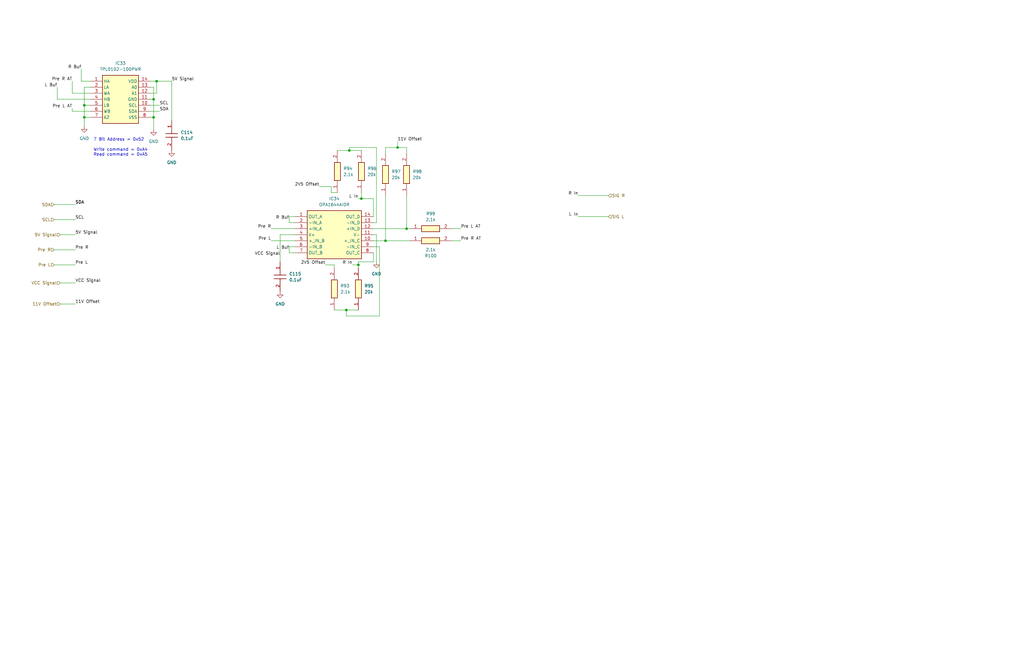
<source format=kicad_sch>
(kicad_sch (version 20230121) (generator eeschema)
  (paper "B")
  (lib_symbols
    (symbol "Audio System:CL21B104KACNNNC" (pin_names hide)
      (property "Reference" "C" (at 8.89 6.35 0))
      (property "Value" "CL21B104KACNNNC" (at 8.89 3.81 0))
      (symbol "CL21B104KACNNNC_1_1"
        (polyline (pts (xy 5.08 0) (xy 5.588 0)) (stroke (width 0.254)))
        (polyline (pts (xy 5.588 2.54) (xy 5.588 -2.54)) (stroke (width 0.254)))
        (polyline (pts (xy 7.112 0) (xy 7.62 0)) (stroke (width 0.254)))
        (polyline (pts (xy 7.112 2.54) (xy 7.112 -2.54)) (stroke (width 0.254)))
        (pin passive line (at 0 0 0) (length 5.08) (name "1") (number "1"))
        (pin passive line (at 12.7 0 180) (length 5.08) (name "2") (number "2"))
      )
    )
    (symbol "Audio System:ERA-6AEB203V" (pin_names hide)
      (property "Reference" "R" (at 13.97 6.35 0))
      (property "Value" "ERA-6AEB203V" (at 13.97 3.81 0))
      (symbol "ERA-6AEB203V_1_1"
        (rectangle (start 5.08 1.27) (end 12.7 -1.27) (stroke (width 0.254)) (fill (type background)))
        (pin passive line (at 0 0 0) (length 5.08) (name "1") (number "1"))
        (pin passive line (at 17.78 0 180) (length 5.08) (name "2") (number "2"))
      )
    )
    (symbol "Audio System:ERA-6AEB2101V" (pin_names hide)
      (property "Reference" "R" (at 13.97 6.35 0))
      (property "Value" "ERA-6AEB2101V" (at 13.97 3.81 0))
      (symbol "ERA-6AEB2101V_1_1"
        (rectangle (start 5.08 1.27) (end 12.7 -1.27) (stroke (width 0.254)) (fill (type background)))
        (pin passive line (at 0 0 0) (length 5.08) (name "1") (number "1"))
        (pin passive line (at 17.78 0 180) (length 5.08) (name "2") (number "2"))
      )
    )
    (symbol "Audio System:OPA1644AIDR"
      (property "Reference" "IC" (at 29.21 7.62 0))
      (property "Value" "OPA1644AIDR" (at 29.21 5.08 0))
      (symbol "OPA1644AIDR_1_1"
        (rectangle (start 5.08 2.54) (end 27.94 -17.78) (stroke (width 0.254)) (fill (type background)))
        (pin passive line (at 0 0 0) (length 5.08) (name "OUT_A") (number "1"))
        (pin passive line (at 33.02 -10.16 180) (length 5.08) (name "+_IN_C") (number "10"))
        (pin passive line (at 33.02 -7.62 180) (length 5.08) (name "V-") (number "11"))
        (pin passive line (at 33.02 -5.08 180) (length 5.08) (name "+IN_D") (number "12"))
        (pin passive line (at 33.02 -2.54 180) (length 5.08) (name "-IN_D") (number "13"))
        (pin passive line (at 33.02 0 180) (length 5.08) (name "OUT_D") (number "14"))
        (pin passive line (at 0 -2.54 0) (length 5.08) (name "-IN_A") (number "2"))
        (pin passive line (at 0 -5.08 0) (length 5.08) (name "+IN_A") (number "3"))
        (pin passive line (at 0 -7.62 0) (length 5.08) (name "V+") (number "4"))
        (pin passive line (at 0 -10.16 0) (length 5.08) (name "+_IN_B") (number "5"))
        (pin passive line (at 0 -12.7 0) (length 5.08) (name "-IN_B") (number "6"))
        (pin passive line (at 0 -15.24 0) (length 5.08) (name "OUT_B") (number "7"))
        (pin passive line (at 33.02 -15.24 180) (length 5.08) (name "OUT_C") (number "8"))
        (pin passive line (at 33.02 -12.7 180) (length 5.08) (name "-IN_C") (number "9"))
      )
    )
    (symbol "Audio System:TPL0102-100PWR"
      (property "Reference" "IC" (at 21.59 7.62 0))
      (property "Value" "TPL0102-100PWR" (at 21.59 5.08 0))
      (symbol "TPL0102-100PWR_1_1"
        (rectangle (start 5.08 2.54) (end 20.32 -17.78) (stroke (width 0.254)) (fill (type background)))
        (pin bidirectional line (at 0 0 0) (length 5.08) (name "HA") (number "1"))
        (pin input line (at 25.4 -10.16 180) (length 5.08) (name "SCL") (number "10"))
        (pin power_in line (at 25.4 -7.62 180) (length 5.08) (name "GND") (number "11"))
        (pin input line (at 25.4 -5.08 180) (length 5.08) (name "A1") (number "12"))
        (pin input line (at 25.4 -2.54 180) (length 5.08) (name "A0") (number "13"))
        (pin power_in line (at 25.4 0 180) (length 5.08) (name "VDD") (number "14"))
        (pin bidirectional line (at 0 -2.54 0) (length 5.08) (name "LA") (number "2"))
        (pin bidirectional line (at 0 -5.08 0) (length 5.08) (name "WA") (number "3"))
        (pin bidirectional line (at 0 -7.62 0) (length 5.08) (name "HB") (number "4"))
        (pin bidirectional line (at 0 -10.16 0) (length 5.08) (name "LB") (number "5"))
        (pin bidirectional line (at 0 -12.7 0) (length 5.08) (name "WB") (number "6"))
        (pin input line (at 0 -15.24 0) (length 5.08) (name "A2") (number "7"))
        (pin power_in line (at 25.4 -15.24 180) (length 5.08) (name "VSS") (number "8"))
        (pin bidirectional line (at 25.4 -12.7 180) (length 5.08) (name "SDA") (number "9"))
      )
    )
    (symbol "power:GND" (power) (pin_names (offset 0))
      (property "Value" "GND" (at 0 -3.81 0))
      (symbol "GND_0_1"
        (polyline (pts (xy 0 0) (xy 0 -1.27) (xy 1.27 -1.27) (xy 0 -2.54) (xy -1.27 -1.27) (xy 0 -1.27)))
      )
      (symbol "GND_1_1"
        (pin power_in line (at 0 0 270) (length 0) hide (name "GND") (number "1"))
      )
    )
  )
  (junction (at 35.56 49.53))
  (junction (at 152.4 83.82))
  (junction (at 171.45 96.52))
  (junction (at 64.77 41.91))
  (junction (at 162.56 101.6))
  (junction (at 151.13 111.76))
  (junction (at 146.05 130.81))
  (junction (at 66.04 34.29))
  (junction (at 64.77 49.53))
  (junction (at 35.56 44.45))
  (junction (at 167.64 62.23))
  (junction (at 147.32 63.5))
  (wire (pts (xy 124.46 93.98) (xy 121.92 93.98)))
  (wire (pts (xy 22.86 86.36) (xy 31.75 86.36)))
  (wire (pts (xy 118.11 110.49) (xy 118.11 99.06)))
  (wire (pts (xy 171.45 96.52) (xy 172.72 96.52)))
  (wire (pts (xy 38.1 34.29) (xy 34.29 34.29)))
  (wire (pts (xy 137.16 111.76) (xy 140.97 111.76)))
  (wire (pts (xy 162.56 62.23) (xy 162.56 64.77)))
  (wire (pts (xy 63.5 49.53) (xy 64.77 49.53)))
  (wire (pts (xy 63.5 44.45) (xy 67.31 44.45)))
  (wire (pts (xy 30.48 39.37) (xy 38.1 39.37)))
  (wire (pts (xy 118.11 99.06) (xy 124.46 99.06)))
  (wire (pts (xy 151.13 83.82) (xy 152.4 83.82)))
  (wire (pts (xy 157.48 101.6) (xy 162.56 101.6)))
  (wire (pts (xy 162.56 101.6) (xy 172.72 101.6)))
  (wire (pts (xy 157.48 106.68) (xy 157.48 110.49)))
  (wire (pts (xy 72.39 50.8) (xy 72.39 34.29)))
  (wire (pts (xy 35.56 44.45) (xy 35.56 49.53)))
  (wire (pts (xy 25.4 99.06) (xy 31.75 99.06)))
  (wire (pts (xy 66.04 39.37) (xy 66.04 34.29)))
  (wire (pts (xy 190.5 101.6) (xy 194.31 101.6)))
  (wire (pts (xy 30.48 45.72) (xy 30.48 46.99)))
  (wire (pts (xy 64.77 49.53) (xy 64.77 54.61)))
  (wire (pts (xy 35.56 49.53) (xy 35.56 53.34)))
  (wire (pts (xy 146.05 133.35) (xy 146.05 130.81)))
  (wire (pts (xy 158.75 99.06) (xy 158.75 110.49)))
  (wire (pts (xy 121.92 93.98) (xy 121.92 91.44)))
  (wire (pts (xy 139.7 81.28) (xy 142.24 81.28)))
  (wire (pts (xy 72.39 34.29) (xy 66.04 34.29)))
  (wire (pts (xy 63.5 36.83) (xy 64.77 36.83)))
  (wire (pts (xy 140.97 130.81) (xy 146.05 130.81)))
  (wire (pts (xy 25.4 119.38) (xy 31.75 119.38)))
  (wire (pts (xy 66.04 34.29) (xy 63.5 34.29)))
  (wire (pts (xy 146.05 130.81) (xy 151.13 130.81)))
  (wire (pts (xy 114.3 101.6) (xy 124.46 101.6)))
  (wire (pts (xy 157.48 110.49) (xy 151.13 110.49)))
  (wire (pts (xy 162.56 82.55) (xy 162.56 101.6)))
  (wire (pts (xy 64.77 36.83) (xy 64.77 41.91)))
  (wire (pts (xy 25.4 128.27) (xy 31.75 128.27)))
  (wire (pts (xy 63.5 46.99) (xy 67.31 46.99)))
  (wire (pts (xy 134.62 78.74) (xy 139.7 78.74)))
  (wire (pts (xy 38.1 36.83) (xy 35.56 36.83)))
  (wire (pts (xy 243.84 91.44) (xy 256.54 91.44)))
  (wire (pts (xy 38.1 41.91) (xy 24.13 41.91)))
  (wire (pts (xy 34.29 29.21) (xy 34.29 34.29)))
  (wire (pts (xy 190.5 96.52) (xy 194.31 96.52)))
  (wire (pts (xy 30.48 34.29) (xy 30.48 39.37)))
  (wire (pts (xy 158.75 62.23) (xy 147.32 62.23)))
  (wire (pts (xy 63.5 39.37) (xy 66.04 39.37)))
  (wire (pts (xy 35.56 36.83) (xy 35.56 44.45)))
  (wire (pts (xy 157.48 104.14) (xy 160.02 104.14)))
  (wire (pts (xy 160.02 133.35) (xy 146.05 133.35)))
  (wire (pts (xy 22.86 92.71) (xy 31.75 92.71)))
  (wire (pts (xy 167.64 62.23) (xy 171.45 62.23)))
  (wire (pts (xy 157.48 91.44) (xy 157.48 83.82)))
  (wire (pts (xy 151.13 110.49) (xy 151.13 111.76)))
  (wire (pts (xy 152.4 83.82) (xy 152.4 81.28)))
  (wire (pts (xy 157.48 96.52) (xy 171.45 96.52)))
  (wire (pts (xy 171.45 82.55) (xy 171.45 96.52)))
  (wire (pts (xy 243.84 82.55) (xy 256.54 82.55)))
  (wire (pts (xy 162.56 62.23) (xy 167.64 62.23)))
  (wire (pts (xy 151.13 111.76) (xy 151.13 113.03)))
  (wire (pts (xy 157.48 99.06) (xy 158.75 99.06)))
  (wire (pts (xy 124.46 104.14) (xy 121.92 104.14)))
  (wire (pts (xy 35.56 44.45) (xy 38.1 44.45)))
  (wire (pts (xy 63.5 41.91) (xy 64.77 41.91)))
  (wire (pts (xy 142.24 63.5) (xy 147.32 63.5)))
  (wire (pts (xy 157.48 83.82) (xy 152.4 83.82)))
  (wire (pts (xy 30.48 46.99) (xy 38.1 46.99)))
  (wire (pts (xy 147.32 63.5) (xy 152.4 63.5)))
  (wire (pts (xy 121.92 91.44) (xy 124.46 91.44)))
  (wire (pts (xy 114.3 96.52) (xy 124.46 96.52)))
  (wire (pts (xy 139.7 78.74) (xy 139.7 81.28)))
  (wire (pts (xy 22.86 105.41) (xy 31.75 105.41)))
  (wire (pts (xy 64.77 41.91) (xy 64.77 49.53)))
  (wire (pts (xy 157.48 93.98) (xy 158.75 93.98)))
  (wire (pts (xy 121.92 104.14) (xy 121.92 106.68)))
  (wire (pts (xy 158.75 93.98) (xy 158.75 62.23)))
  (wire (pts (xy 148.59 111.76) (xy 151.13 111.76)))
  (wire (pts (xy 167.64 59.69) (xy 167.64 62.23)))
  (wire (pts (xy 140.97 113.03) (xy 140.97 111.76)))
  (wire (pts (xy 24.13 36.83) (xy 24.13 41.91)))
  (wire (pts (xy 147.32 62.23) (xy 147.32 63.5)))
  (wire (pts (xy 160.02 104.14) (xy 160.02 133.35)))
  (wire (pts (xy 35.56 49.53) (xy 38.1 49.53)))
  (wire (pts (xy 22.86 111.76) (xy 31.75 111.76)))
  (wire (pts (xy 121.92 106.68) (xy 124.46 106.68)))
  (wire (pts (xy 171.45 62.23) (xy 171.45 64.77)))
  (text "7 Bit Address = 0x52\n" (at 39.37 59.69 0) (effects (font (size 1.27 1.27)) (justify left bottom)))
  (text "Write command = 0xA4\nRead command = 0xA5" (at 39.37 66.04 0) (effects (font (size 1.27 1.27)) (justify left bottom)))
  (label "SDA" (at 67.31 46.99 0))
  (label "R In" (at 243.84 82.55 180))
  (label "SCL" (at 31.75 92.71 0))
  (label "SDA" (at 31.75 86.36 0))
  (label "SCL" (at 67.31 44.45 0))
  (label "Pre R" (at 31.75 105.41 0))
  (label "Pre L" (at 114.3 101.6 180))
  (label "Pre L AT" (at 194.31 96.52 0))
  (label "R Buf" (at 121.92 92.71 180))
  (label "11V Offset" (at 167.64 59.69 0))
  (label "5V Signal" (at 31.75 99.06 0))
  (label "Pre L" (at 31.75 111.76 0))
  (label "L In" (at 151.13 83.82 180))
  (label "SDA" (at 31.75 86.36 0))
  (label "2V5 Offset" (at 134.62 78.74 180))
  (label "Pre R AT" (at 194.31 101.6 0))
  (label "VCC Signal" (at 118.11 107.95 180))
  (label "2V5 Offset" (at 137.16 111.76 180))
  (label "L In" (at 243.84 91.44 180))
  (label "L Buf" (at 24.13 36.83 180))
  (label "Pre R" (at 114.3 96.52 180))
  (label "R Buf" (at 34.29 29.21 180))
  (label "VCC Signal" (at 31.75 119.38 0))
  (label "Pre R AT" (at 30.48 34.29 180))
  (label "Pre L AT" (at 30.48 45.72 180))
  (label "11V Offset" (at 31.75 128.27 0))
  (label "5V Signal" (at 72.39 34.29 0))
  (label "R In" (at 148.59 111.76 180))
  (label "L Buf" (at 121.92 105.41 180))
  (hierarchical_label "SIG L" (shape input) (at 256.54 91.44 0))
  (hierarchical_label "SDA" (shape input) (at 22.86 86.36 180))
  (hierarchical_label "Pre R" (shape input) (at 22.86 105.41 180))
  (hierarchical_label "Pre L" (shape input) (at 22.86 111.76 180))
  (hierarchical_label "5V Signal" (shape input) (at 25.4 99.06 180))
  (hierarchical_label "SIG R" (shape input) (at 256.54 82.55 0))
  (hierarchical_label "11V Offset" (shape input) (at 25.4 128.27 180))
  (hierarchical_label "SCL" (shape input) (at 22.86 92.71 180))
  (hierarchical_label "VCC Signal" (shape input) (at 25.4 119.38 180))
  (symbol (lib_id "power:GND") (at 158.75 110.49 0) (unit 1)
    (property "Reference" "#PWR0131" (effects hide))
    (property "Value" "GND" (at 158.75 115.57 0))
  )
  (symbol (lib_id "Audio System:ERA-6AEB2101V") (at 172.72 96.52 0) (unit 1)
    (property "Reference" "R99" (at 181.61 90.17 0))
    (property "Value" "2.1k" (at 181.61 92.71 0))
    (property "Footprint" "ERA6AEB1020V" (effects hide))
    (property "Datasheet" "https://industrial.panasonic.com/cdbs/www-data/pdf/RDM0000/AOA0000C307.pdf" (effects hide))
    (property "Height" "0.6" (effects hide))
    (property "Manufacturer_Name" "Panasonic" (effects hide))
    (property "Manufacturer_Part_Number" "ERA-6AEB2101V" (effects hide))
    (property "Mouser Part Number" "667-ERA-6AEB2101V" (effects hide))
    (property "Mouser Price/Stock" "https://www.mouser.com/Search/Refine.aspx?Keyword=667-ERA-6AEB2101V" (effects hide))
  )
  (symbol (lib_id "Audio System:OPA1644AIDR") (at 124.46 91.44 0) (unit 1)
    (property "Reference" "IC34" (at 140.97 83.82 0))
    (property "Value" "OPA1644AIDR" (at 140.97 86.36 0))
    (property "Footprint" "SOIC127P600X175-14N" (effects hide))
    (property "Datasheet" "http://componentsearchengine.com/Datasheets/1/OPA1644AIDR.pdf" (effects hide))
    (property "Height" "1.75" (effects hide))
    (property "Manufacturer_Name" "Texas Instruments" (effects hide))
    (property "Manufacturer_Part_Number" "OPA1644AIDR" (effects hide))
    (property "Mouser Part Number" "595-OPA1644AIDR" (effects hide))
    (property "Mouser Price/Stock" "https://www.mouser.co.uk/ProductDetail/Texas-Instruments/OPA1644AIDR?qs=%2Fqzd9s%252BcLd6xS3OL97VFEA%3D%3D" (effects hide))
    (property "Arrow Part Number" "OPA1644AIDR" (effects hide))
    (property "Arrow Price/Stock" "https://www.arrow.com/en/products/opa1644aidr/texas-instruments?region=nac" (effects hide))
  )
  (symbol (lib_id "power:GND") (at 118.11 123.19 0) (unit 1)
    (property "Reference" "#PWR0130" (effects hide))
    (property "Value" "GND" (at 118.11 128.27 0))
  )
  (symbol (lib_id "Audio System:ERA-6AEB2101V") (at 172.72 101.6 0) (mirror x) (unit 1)
    (property "Reference" "R100" (at 181.61 107.95 0))
    (property "Value" "2.1k" (at 181.61 105.41 0))
    (property "Footprint" "ERA6AEB1020V" (effects hide))
    (property "Datasheet" "https://industrial.panasonic.com/cdbs/www-data/pdf/RDM0000/AOA0000C307.pdf" (effects hide))
    (property "Height" "0.6" (effects hide))
    (property "Manufacturer_Name" "Panasonic" (effects hide))
    (property "Manufacturer_Part_Number" "ERA-6AEB2101V" (effects hide))
    (property "Mouser Part Number" "667-ERA-6AEB2101V" (effects hide))
    (property "Mouser Price/Stock" "https://www.mouser.com/Search/Refine.aspx?Keyword=667-ERA-6AEB2101V" (effects hide))
  )
  (symbol (lib_id "power:GND") (at 72.39 63.5 0) (unit 1)
    (property "Reference" "#PWR0128" (effects hide))
    (property "Value" "GND" (at 72.39 68.58 0))
  )
  (symbol (lib_id "Audio System:ERA-6AEB203V") (at 152.4 81.28 90) (unit 1)
    (property "Reference" "R96" (at 154.94 71.12 90) (effects (justify right)))
    (property "Value" "20k" (at 154.94 73.66 90) (effects (justify right)))
    (property "Footprint" "ERA6AEB1020V" (effects hide))
    (property "Datasheet" "https://industrial.panasonic.com/cdbs/www-data/pdf/RDM0000/AOA0000C307.pdf" (effects hide))
    (property "Height" "0.6" (effects hide))
    (property "Manufacturer_Name" "Panasonic" (effects hide))
    (property "Manufacturer_Part_Number" "ERA-6AEB203V" (effects hide))
    (property "Mouser Part Number" "667-ERA-6AEB203V" (effects hide))
    (property "Mouser Price/Stock" "https://www.mouser.co.uk/ProductDetail/Panasonic/ERA-6AEB203V?qs=m8myXnDJXpUbY4q5yZPgRw%3D%3D" (effects hide))
  )
  (symbol (lib_id "Audio System:CL21B104KACNNNC") (at 118.11 110.49 270) (unit 1)
    (property "Reference" "C115" (at 121.92 115.57 90) (effects (justify left)))
    (property "Value" "0.1uF" (at 121.92 118.11 90) (effects (justify left)))
    (property "Footprint" "CAPC2012X95N" (effects hide))
    (property "Datasheet" "https://datasheet.datasheetarchive.com/originals/distributors/Datasheets_SAMA/d386d22b0a987b72828538897455b4c4.pdf" (effects hide))
    (property "Height" "0.95" (effects hide))
    (property "Manufacturer_Name" "SAMSUNG" (effects hide))
    (property "Manufacturer_Part_Number" "CL21B104KACNNNC" (effects hide))
    (property "Mouser Part Number" "187-CL21B104KACNNNC" (effects hide))
    (property "Mouser Price/Stock" "https://www.mouser.co.uk/ProductDetail/Samsung-Electro-Mechanics/CL21B104KACNNNC?qs=yOVawPpwOwnhB47kNbieFw%3D%3D" (effects hide))
    (property "Arrow Part Number" "CL21B104KACNNNC" (effects hide))
    (property "Arrow Price/Stock" "https://www.arrow.com/en/products/cl21b104kacnnnc/samsung-electro-mechanics?region=nac" (effects hide))
  )
  (symbol (lib_id "Audio System:ERA-6AEB2101V") (at 140.97 130.81 90) (unit 1)
    (property "Reference" "R93" (at 143.51 120.65 90) (effects (justify right)))
    (property "Value" "2.1k" (at 143.51 123.19 90) (effects (justify right)))
    (property "Footprint" "ERA6AEB1020V" (effects hide))
    (property "Datasheet" "https://industrial.panasonic.com/cdbs/www-data/pdf/RDM0000/AOA0000C307.pdf" (effects hide))
    (property "Height" "0.6" (effects hide))
    (property "Manufacturer_Name" "Panasonic" (effects hide))
    (property "Manufacturer_Part_Number" "ERA-6AEB2101V" (effects hide))
    (property "Mouser Part Number" "667-ERA-6AEB2101V" (effects hide))
    (property "Mouser Price/Stock" "https://www.mouser.com/Search/Refine.aspx?Keyword=667-ERA-6AEB2101V" (effects hide))
  )
  (symbol (lib_id "Audio System:CL21B104KACNNNC") (at 72.39 50.8 270) (unit 1)
    (property "Reference" "C114" (at 76.2 55.88 90) (effects (justify left)))
    (property "Value" "0.1uF" (at 76.2 58.42 90) (effects (justify left)))
    (property "Footprint" "CAPC2012X95N" (effects hide))
    (property "Datasheet" "https://datasheet.datasheetarchive.com/originals/distributors/Datasheets_SAMA/d386d22b0a987b72828538897455b4c4.pdf" (effects hide))
    (property "Height" "0.95" (effects hide))
    (property "Manufacturer_Name" "SAMSUNG" (effects hide))
    (property "Manufacturer_Part_Number" "CL21B104KACNNNC" (effects hide))
    (property "Mouser Part Number" "187-CL21B104KACNNNC" (effects hide))
    (property "Mouser Price/Stock" "https://www.mouser.co.uk/ProductDetail/Samsung-Electro-Mechanics/CL21B104KACNNNC?qs=yOVawPpwOwnhB47kNbieFw%3D%3D" (effects hide))
    (property "Arrow Part Number" "CL21B104KACNNNC" (effects hide))
    (property "Arrow Price/Stock" "https://www.arrow.com/en/products/cl21b104kacnnnc/samsung-electro-mechanics?region=nac" (effects hide))
  )
  (symbol (lib_id "Audio System:ERA-6AEB203V") (at 171.45 82.55 90) (unit 1)
    (property "Reference" "R98" (at 173.99 72.39 90) (effects (justify right)))
    (property "Value" "20k" (at 173.99 74.93 90) (effects (justify right)))
    (property "Footprint" "ERA6AEB1020V" (effects hide))
    (property "Datasheet" "https://industrial.panasonic.com/cdbs/www-data/pdf/RDM0000/AOA0000C307.pdf" (effects hide))
    (property "Height" "0.6" (effects hide))
    (property "Manufacturer_Name" "Panasonic" (effects hide))
    (property "Manufacturer_Part_Number" "ERA-6AEB203V" (effects hide))
    (property "Mouser Part Number" "667-ERA-6AEB203V" (effects hide))
    (property "Mouser Price/Stock" "https://www.mouser.co.uk/ProductDetail/Panasonic/ERA-6AEB203V?qs=m8myXnDJXpUbY4q5yZPgRw%3D%3D" (effects hide))
  )
  (symbol (lib_id "Audio System:ERA-6AEB203V") (at 162.56 82.55 90) (unit 1)
    (property "Reference" "R97" (at 165.1 72.39 90) (effects (justify right)))
    (property "Value" "20k" (at 165.1 74.93 90) (effects (justify right)))
    (property "Footprint" "ERA6AEB1020V" (effects hide))
    (property "Datasheet" "https://industrial.panasonic.com/cdbs/www-data/pdf/RDM0000/AOA0000C307.pdf" (effects hide))
    (property "Height" "0.6" (effects hide))
    (property "Manufacturer_Name" "Panasonic" (effects hide))
    (property "Manufacturer_Part_Number" "ERA-6AEB203V" (effects hide))
    (property "Mouser Part Number" "667-ERA-6AEB203V" (effects hide))
    (property "Mouser Price/Stock" "https://www.mouser.co.uk/ProductDetail/Panasonic/ERA-6AEB203V?qs=m8myXnDJXpUbY4q5yZPgRw%3D%3D" (effects hide))
  )
  (symbol (lib_id "Audio System:ERA-6AEB2101V") (at 142.24 81.28 90) (unit 1)
    (property "Reference" "R94" (at 144.78 71.12 90) (effects (justify right)))
    (property "Value" "2.1k" (at 144.78 73.66 90) (effects (justify right)))
    (property "Footprint" "ERA6AEB1020V" (effects hide))
    (property "Datasheet" "https://industrial.panasonic.com/cdbs/www-data/pdf/RDM0000/AOA0000C307.pdf" (effects hide))
    (property "Height" "0.6" (effects hide))
    (property "Manufacturer_Name" "Panasonic" (effects hide))
    (property "Manufacturer_Part_Number" "ERA-6AEB2101V" (effects hide))
    (property "Mouser Part Number" "667-ERA-6AEB2101V" (effects hide))
    (property "Mouser Price/Stock" "https://www.mouser.com/Search/Refine.aspx?Keyword=667-ERA-6AEB2101V" (effects hide))
  )
  (symbol (lib_id "Audio System:TPL0102-100PWR") (at 38.1 34.29 0) (unit 1)
    (property "Reference" "IC33" (at 50.8 26.67 0))
    (property "Value" "TPL0102-100PWR" (at 50.8 29.21 0))
    (property "Footprint" "SOP65P640X120-14N" (effects hide))
    (property "Datasheet" "http://www.ti.com/lit/gpn/tpl0102-100" (effects hide))
    (property "Height" "1.2" (effects hide))
    (property "Manufacturer_Name" "Texas Instruments" (effects hide))
    (property "Manufacturer_Part_Number" "TPL0102-100PWR" (effects hide))
    (property "Mouser Part Number" "595-TPL0102-100PWR" (effects hide))
    (property "Mouser Price/Stock" "https://www.mouser.co.uk/ProductDetail/Texas-Instruments/TPL0102-100PWR?qs=QtI0yD1FyOObbYYjULGZ2Q%3D%3D" (effects hide))
    (property "Arrow Part Number" "TPL0102-100PWR" (effects hide))
    (property "Arrow Price/Stock" "https://www.arrow.com/en/products/tpl0102-100pwr/texas-instruments?region=nac" (effects hide))
  )
  (symbol (lib_id "Audio System:ERA-6AEB203V") (at 151.13 130.81 90) (unit 1)
    (property "Reference" "R95" (at 153.67 120.65 90) (effects (justify right)))
    (property "Value" "20k" (at 153.67 123.19 90) (effects (justify right)))
    (property "Footprint" "ERA6AEB1020V" (effects hide))
    (property "Datasheet" "https://industrial.panasonic.com/cdbs/www-data/pdf/RDM0000/AOA0000C307.pdf" (effects hide))
    (property "Height" "0.6" (effects hide))
    (property "Manufacturer_Name" "Panasonic" (effects hide))
    (property "Manufacturer_Part_Number" "ERA-6AEB203V" (effects hide))
    (property "Mouser Part Number" "667-ERA-6AEB203V" (effects hide))
    (property "Mouser Price/Stock" "https://www.mouser.co.uk/ProductDetail/Panasonic/ERA-6AEB203V?qs=m8myXnDJXpUbY4q5yZPgRw%3D%3D" (effects hide))
  )
  (symbol (lib_id "power:GND") (at 64.77 54.61 0) (unit 1)
    (property "Reference" "#PWR0127" (effects hide))
    (property "Value" "GND" (at 64.77 59.69 0))
  )
  (symbol (lib_id "power:GND") (at 35.56 53.34 0) (unit 1)
    (property "Reference" "#PWR0125" (effects hide))
    (property "Value" "GND" (at 35.56 58.42 0))
  )
)
</source>
